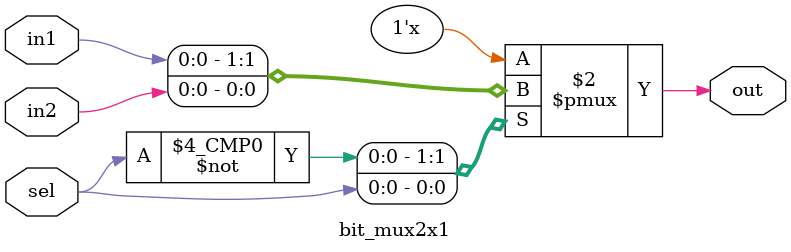
<source format=sv>
module bit_mux2x1 
(
    input logic sel,
    input logic in1, in2,
    output logic out 
);
    
always_comb
begin
    case(sel)
        1'b0: out = in1;
        1'b1: out = in2;
    endcase
end

endmodule
</source>
